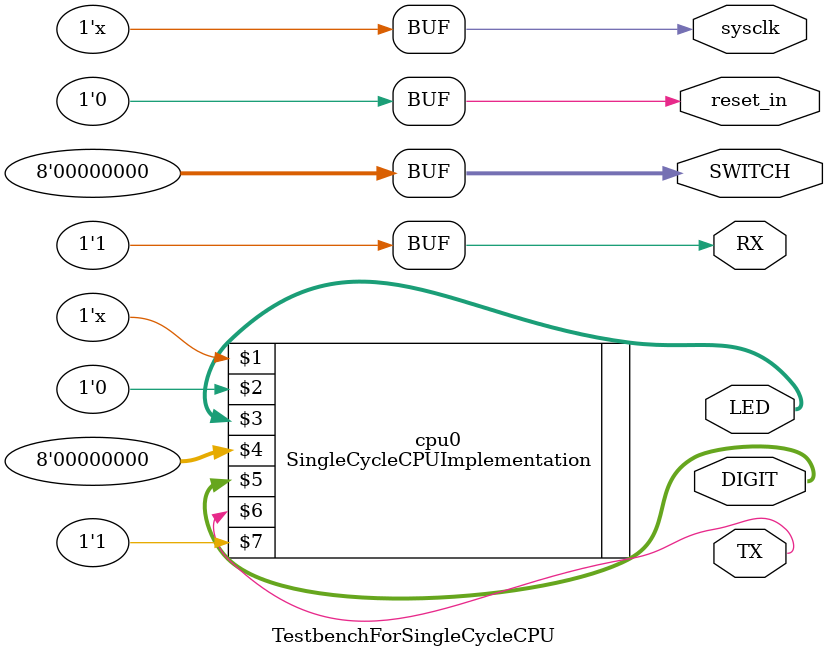
<source format=v>
module TestbenchForSingleCycleCPU(sysclk,reset_in,LED,SWITCH,DIGIT,TX,RX);
  output reg reset_in,sysclk,RX;
  output TX;
  output [7:0] LED;
  output reg [7:0] SWITCH;
  output [11:0] DIGIT;
  
  initial 
  begin
    reset_in<=1'b1;
    RX<=1'b1;
    sysclk<=1'b1;
    SWITCH<=8'b0;
    #1 reset_in<=1'b0;
    #104167 RX<=1'b1;
    #104167 RX<=1'b1;
    #104167 RX<=1'b1;
    #104167 RX<=1'b1;
    #104167 RX<=1'b1;
    #104167 RX<=1'b0;
    #104167 RX<=1'b0;
    #104167 RX<=1'b0;
    #104167 RX<=1'b0;
    #104167 RX<=1'b1;
    #104167 RX<=1'b1;
    #104167 RX<=1'b0;
    #104167 RX<=1'b0;
    #104167 RX<=1'b0;
    #104167 RX<=1'b1;
    
    #104167 RX<=1'b1;
    #104167 RX<=1'b1;
    #104167 RX<=1'b1;
    #104167 RX<=1'b0;
    #104167 RX<=1'b0;
    #104167 RX<=1'b0;
    #104167 RX<=1'b1;
    #104167 RX<=1'b0;
    #104167 RX<=1'b0;
    #104167 RX<=1'b1;
    #104167 RX<=1'b0;
    #104167 RX<=1'b0;
    #104167 RX<=1'b1;
    #104167 RX<=1'b1;
    
    #104167 RX<=1'b1;
    #104167 RX<=1'b1;
    #104167 RX<=1'b1;
    #104167 RX<=1'b1;
    #104167 RX<=1'b1;
    #104167 RX<=1'b0;
    #104167 RX<=1'b0;
    #104167 RX<=1'b0;
    #104167 RX<=1'b0;
    #104167 RX<=1'b1;
    #104167 RX<=1'b1;
    #104167 RX<=1'b0;
    #104167 RX<=1'b0;
    #104167 RX<=1'b0;
    #104167 RX<=1'b1;
    
    #104167 RX<=1'b1;
    #104167 RX<=1'b1;
    #104167 RX<=1'b1;
    #104167 RX<=1'b0;
    #104167 RX<=1'b0;
    #104167 RX<=1'b0;
    #104167 RX<=1'b1;
    #104167 RX<=1'b0;
    #104167 RX<=1'b0;
    #104167 RX<=1'b1;
    #104167 RX<=1'b0;
    #104167 RX<=1'b0;
    #104167 RX<=1'b1;
    #104167 RX<=1'b1;
    
    #104167 RX<=1'b1;
    #104167 RX<=1'b1;
    #104167 RX<=1'b1;
    #104167 RX<=1'b1;
    #104167 RX<=1'b1;
    #104167 RX<=1'b0;
    #104167 RX<=1'b0;
    #104167 RX<=1'b0;
    #104167 RX<=1'b0;
    #104167 RX<=1'b1;
    #104167 RX<=1'b1;
    #104167 RX<=1'b0;
    #104167 RX<=1'b0;
    #104167 RX<=1'b0;
    #104167 RX<=1'b1;
    
    #104167 RX<=1'b1;
    #104167 RX<=1'b1;
    #104167 RX<=1'b1;
    #104167 RX<=1'b0;
    #104167 RX<=1'b0;
    #104167 RX<=1'b0;
    #104167 RX<=1'b1;
    #104167 RX<=1'b0;
    #104167 RX<=1'b0;
    #104167 RX<=1'b1;
    #104167 RX<=1'b0;
    #104167 RX<=1'b0;
    #104167 RX<=1'b1;
    #104167 RX<=1'b1;
    
    #104167 RX<=1'b1;
    #104167 RX<=1'b1;
    #104167 RX<=1'b1;
    #104167 RX<=1'b1;
    #104167 RX<=1'b1;
    #104167 RX<=1'b0;
    #104167 RX<=1'b0;
    #104167 RX<=1'b0;
    #104167 RX<=1'b0;
    #104167 RX<=1'b1;
    #104167 RX<=1'b1;
    #104167 RX<=1'b0;
    #104167 RX<=1'b0;
    #104167 RX<=1'b0;
    #104167 RX<=1'b1;
    
    #104167 RX<=1'b1;
    #104167 RX<=1'b1;
    #104167 RX<=1'b1;
    #104167 RX<=1'b0;
    #104167 RX<=1'b0;
    #104167 RX<=1'b0;
    #104167 RX<=1'b1;
    #104167 RX<=1'b0;
    #104167 RX<=1'b0;
    #104167 RX<=1'b1;
    #104167 RX<=1'b0;
    #104167 RX<=1'b0;
    #104167 RX<=1'b1;
    #104167 RX<=1'b1;
    
    #104167 RX<=1'b1;
    #104167 RX<=1'b1;
    #104167 RX<=1'b1;
    #104167 RX<=1'b1;
    #104167 RX<=1'b1;
    #104167 RX<=1'b0;
    #104167 RX<=1'b0;
    #104167 RX<=1'b0;
    #104167 RX<=1'b0;
    #104167 RX<=1'b1;
    #104167 RX<=1'b1;
    #104167 RX<=1'b0;
    #104167 RX<=1'b0;
    #104167 RX<=1'b0;
    #104167 RX<=1'b1;
    
    #104167 RX<=1'b1;
    #104167 RX<=1'b1;
    #104167 RX<=1'b1;
    #104167 RX<=1'b0;
    #104167 RX<=1'b0;
    #104167 RX<=1'b0;
    #104167 RX<=1'b1;
    #104167 RX<=1'b0;
    #104167 RX<=1'b0;
    #104167 RX<=1'b1;
    #104167 RX<=1'b0;
    #104167 RX<=1'b0;
    #104167 RX<=1'b1;
    #104167 RX<=1'b1;
    
    #104167 RX<=1'b1;
    #104167 RX<=1'b1;
    #104167 RX<=1'b1;
    #104167 RX<=1'b1;
    #104167 RX<=1'b1;
    #104167 RX<=1'b0;
    #104167 RX<=1'b0;
    #104167 RX<=1'b0;
    #104167 RX<=1'b0;
    #104167 RX<=1'b1;
    #104167 RX<=1'b1;
    #104167 RX<=1'b0;
    #104167 RX<=1'b0;
    #104167 RX<=1'b0;
    #104167 RX<=1'b1;
    
    #104167 RX<=1'b1;
    #104167 RX<=1'b1;
    #104167 RX<=1'b1;
    #104167 RX<=1'b0;
    #104167 RX<=1'b0;
    #104167 RX<=1'b0;
    #104167 RX<=1'b1;
    #104167 RX<=1'b0;
    #104167 RX<=1'b0;
    #104167 RX<=1'b1;
    #104167 RX<=1'b0;
    #104167 RX<=1'b0;
    #104167 RX<=1'b1;
    #104167 RX<=1'b1;
    
    #104167 RX<=1'b1;
    #104167 RX<=1'b1;
    #104167 RX<=1'b1;
    #104167 RX<=1'b1;
    #104167 RX<=1'b1;
    #104167 RX<=1'b0;
    #104167 RX<=1'b0;
    #104167 RX<=1'b0;
    #104167 RX<=1'b0;
    #104167 RX<=1'b1;
    #104167 RX<=1'b1;
    #104167 RX<=1'b0;
    #104167 RX<=1'b0;
    #104167 RX<=1'b0;
    #104167 RX<=1'b1;
    
    #104167 RX<=1'b1;
    #104167 RX<=1'b1;
    #104167 RX<=1'b1;
    #104167 RX<=1'b0;
    #104167 RX<=1'b0;
    #104167 RX<=1'b0;
    #104167 RX<=1'b1;
    #104167 RX<=1'b0;
    #104167 RX<=1'b0;
    #104167 RX<=1'b1;
    #104167 RX<=1'b0;
    #104167 RX<=1'b0;
    #104167 RX<=1'b1;
    #104167 RX<=1'b1;
    
    #104167 RX<=1'b1;
    #104167 RX<=1'b1;
    #104167 RX<=1'b1;
    #104167 RX<=1'b1;
    #104167 RX<=1'b1;
    #104167 RX<=1'b0;
    #104167 RX<=1'b0;
    #104167 RX<=1'b0;
    #104167 RX<=1'b0;
    #104167 RX<=1'b1;
    #104167 RX<=1'b1;
    #104167 RX<=1'b0;
    #104167 RX<=1'b0;
    #104167 RX<=1'b0;
    #104167 RX<=1'b1;
    
    #104167 RX<=1'b1;
    #104167 RX<=1'b1;
    #104167 RX<=1'b1;
    #104167 RX<=1'b0;
    #104167 RX<=1'b0;
    #104167 RX<=1'b0;
    #104167 RX<=1'b1;
    #104167 RX<=1'b0;
    #104167 RX<=1'b0;
    #104167 RX<=1'b1;
    #104167 RX<=1'b0;
    #104167 RX<=1'b0;
    #104167 RX<=1'b1;
    #104167 RX<=1'b1;
    
    #104167 RX<=1'b1;
    #104167 RX<=1'b1;
    #104167 RX<=1'b1;
    #104167 RX<=1'b1;
    #104167 RX<=1'b1;
    #104167 RX<=1'b0;
    #104167 RX<=1'b0;
    #104167 RX<=1'b0;
    #104167 RX<=1'b0;
    #104167 RX<=1'b1;
    #104167 RX<=1'b1;
    #104167 RX<=1'b0;
    #104167 RX<=1'b0;
    #104167 RX<=1'b0;
    #104167 RX<=1'b1;
    
    #104167 RX<=1'b1;
    #104167 RX<=1'b1;
    #104167 RX<=1'b1;
    #104167 RX<=1'b0;
    #104167 RX<=1'b0;
    #104167 RX<=1'b0;
    #104167 RX<=1'b1;
    #104167 RX<=1'b0;
    #104167 RX<=1'b0;
    #104167 RX<=1'b1;
    #104167 RX<=1'b0;
    #104167 RX<=1'b0;
    #104167 RX<=1'b1;
    #104167 RX<=1'b1;
    
    #104167 RX<=1'b1;
    #104167 RX<=1'b1;
    #104167 RX<=1'b1;
    #104167 RX<=1'b1;
    #104167 RX<=1'b1;
    #104167 RX<=1'b0;
    #104167 RX<=1'b0;
    #104167 RX<=1'b0;
    #104167 RX<=1'b0;
    #104167 RX<=1'b1;
    #104167 RX<=1'b1;
    #104167 RX<=1'b0;
    #104167 RX<=1'b0;
    #104167 RX<=1'b0;
    #104167 RX<=1'b1;
    
    #104167 RX<=1'b1;
    #104167 RX<=1'b1;
    #104167 RX<=1'b1;
    #104167 RX<=1'b0;
    #104167 RX<=1'b0;
    #104167 RX<=1'b0;
    #104167 RX<=1'b1;
    #104167 RX<=1'b0;
    #104167 RX<=1'b0;
    #104167 RX<=1'b1;
    #104167 RX<=1'b0;
    #104167 RX<=1'b0;
    #104167 RX<=1'b1;
    #104167 RX<=1'b1;
    
    #104167 RX<=1'b1;
    #104167 RX<=1'b1;
    #104167 RX<=1'b1;
    #104167 RX<=1'b1;
    #104167 RX<=1'b1;
    #104167 RX<=1'b0;
    #104167 RX<=1'b0;
    #104167 RX<=1'b0;
    #104167 RX<=1'b0;
    #104167 RX<=1'b1;
    #104167 RX<=1'b1;
    #104167 RX<=1'b0;
    #104167 RX<=1'b0;
    #104167 RX<=1'b0;
    #104167 RX<=1'b1;
    
    #104167 RX<=1'b1;
    #104167 RX<=1'b1;
    #104167 RX<=1'b1;
    #104167 RX<=1'b0;
    #104167 RX<=1'b0;
    #104167 RX<=1'b0;
    #104167 RX<=1'b1;
    #104167 RX<=1'b0;
    #104167 RX<=1'b0;
    #104167 RX<=1'b1;
    #104167 RX<=1'b0;
    #104167 RX<=1'b0;
    #104167 RX<=1'b1;
    #104167 RX<=1'b1;
    
    #104167 RX<=1'b1;
    #104167 RX<=1'b1;
    #104167 RX<=1'b1;
    #104167 RX<=1'b1;
    #104167 RX<=1'b1;
    #104167 RX<=1'b0;
    #104167 RX<=1'b0;
    #104167 RX<=1'b0;
    #104167 RX<=1'b0;
    #104167 RX<=1'b1;
    #104167 RX<=1'b1;
    #104167 RX<=1'b0;
    #104167 RX<=1'b0;
    #104167 RX<=1'b0;
    #104167 RX<=1'b1;
    
    #104167 RX<=1'b1;
    #104167 RX<=1'b1;
    #104167 RX<=1'b1;
    #104167 RX<=1'b0;
    #104167 RX<=1'b0;
    #104167 RX<=1'b0;
    #104167 RX<=1'b1;
    #104167 RX<=1'b0;
    #104167 RX<=1'b0;
    #104167 RX<=1'b1;
    #104167 RX<=1'b0;
    #104167 RX<=1'b0;
    #104167 RX<=1'b1;
    #104167 RX<=1'b1;
    
    #104167 RX<=1'b1;
    #104167 RX<=1'b1;
    #104167 RX<=1'b1;
    #104167 RX<=1'b1;
    #104167 RX<=1'b1;
    #104167 RX<=1'b0;
    #104167 RX<=1'b0;
    #104167 RX<=1'b0;
    #104167 RX<=1'b0;
    #104167 RX<=1'b1;
    #104167 RX<=1'b1;
    #104167 RX<=1'b0;
    #104167 RX<=1'b0;
    #104167 RX<=1'b0;
    #104167 RX<=1'b1;
    
    #104167 RX<=1'b1;
    #104167 RX<=1'b1;
    #104167 RX<=1'b1;
    #104167 RX<=1'b0;
    #104167 RX<=1'b0;
    #104167 RX<=1'b0;
    #104167 RX<=1'b1;
    #104167 RX<=1'b0;
    #104167 RX<=1'b0;
    #104167 RX<=1'b1;
    #104167 RX<=1'b0;
    #104167 RX<=1'b0;
    #104167 RX<=1'b1;
    #104167 RX<=1'b1;
    
    #104167 RX<=1'b1;
    #104167 RX<=1'b1;
    #104167 RX<=1'b1;
    #104167 RX<=1'b1;
    #104167 RX<=1'b1;
    #104167 RX<=1'b0;
    #104167 RX<=1'b0;
    #104167 RX<=1'b0;
    #104167 RX<=1'b0;
    #104167 RX<=1'b1;
    #104167 RX<=1'b1;
    #104167 RX<=1'b0;
    #104167 RX<=1'b0;
    #104167 RX<=1'b0;
    #104167 RX<=1'b1;
    
    #104167 RX<=1'b1;
    #104167 RX<=1'b1;
    #104167 RX<=1'b1;
    #104167 RX<=1'b0;
    #104167 RX<=1'b0;
    #104167 RX<=1'b0;
    #104167 RX<=1'b1;
    #104167 RX<=1'b0;
    #104167 RX<=1'b0;
    #104167 RX<=1'b1;
    #104167 RX<=1'b0;
    #104167 RX<=1'b0;
    #104167 RX<=1'b1;
    #104167 RX<=1'b1;
    
    #104167 RX<=1'b1;
    #104167 RX<=1'b1;
    #104167 RX<=1'b1;
    #104167 RX<=1'b1;
    #104167 RX<=1'b1;
    #104167 RX<=1'b0;
    #104167 RX<=1'b0;
    #104167 RX<=1'b0;
    #104167 RX<=1'b0;
    #104167 RX<=1'b1;
    #104167 RX<=1'b1;
    #104167 RX<=1'b0;
    #104167 RX<=1'b0;
    #104167 RX<=1'b0;
    #104167 RX<=1'b1;
    
    #104167 RX<=1'b1;
    #104167 RX<=1'b1;
    #104167 RX<=1'b1;
    #104167 RX<=1'b0;
    #104167 RX<=1'b0;
    #104167 RX<=1'b0;
    #104167 RX<=1'b1;
    #104167 RX<=1'b0;
    #104167 RX<=1'b0;
    #104167 RX<=1'b1;
    #104167 RX<=1'b0;
    #104167 RX<=1'b0;
    #104167 RX<=1'b1;
    #104167 RX<=1'b1;
    
    #104167 RX<=1'b1;
    #104167 RX<=1'b1;
    #104167 RX<=1'b1;
    #104167 RX<=1'b1;
    #104167 RX<=1'b1;
    #104167 RX<=1'b0;
    #104167 RX<=1'b0;
    #104167 RX<=1'b0;
    #104167 RX<=1'b0;
    #104167 RX<=1'b1;
    #104167 RX<=1'b1;
    #104167 RX<=1'b0;
    #104167 RX<=1'b0;
    #104167 RX<=1'b0;
    #104167 RX<=1'b1;
    
    #104167 RX<=1'b1;
    #104167 RX<=1'b1;
    #104167 RX<=1'b1;
    #104167 RX<=1'b0;
    #104167 RX<=1'b0;
    #104167 RX<=1'b0;
    #104167 RX<=1'b1;
    #104167 RX<=1'b0;
    #104167 RX<=1'b0;
    #104167 RX<=1'b1;
    #104167 RX<=1'b0;
    #104167 RX<=1'b0;
    #104167 RX<=1'b1;
    #104167 RX<=1'b1;
    
    #104167 RX<=1'b1;
    #104167 RX<=1'b1;
    #104167 RX<=1'b1;
    #104167 RX<=1'b1;
    #104167 RX<=1'b1;
    #104167 RX<=1'b0;
    #104167 RX<=1'b0;
    #104167 RX<=1'b0;
    #104167 RX<=1'b0;
    #104167 RX<=1'b1;
    #104167 RX<=1'b1;
    #104167 RX<=1'b0;
    #104167 RX<=1'b0;
    #104167 RX<=1'b0;
    #104167 RX<=1'b1;
    
    #104167 RX<=1'b1;
    #104167 RX<=1'b1;
    #104167 RX<=1'b1;
    #104167 RX<=1'b0;
    #104167 RX<=1'b0;
    #104167 RX<=1'b0;
    #104167 RX<=1'b1;
    #104167 RX<=1'b0;
    #104167 RX<=1'b0;
    #104167 RX<=1'b1;
    #104167 RX<=1'b0;
    #104167 RX<=1'b0;
    #104167 RX<=1'b1;
    #104167 RX<=1'b1;
    
    #104167 RX<=1'b1;
    #104167 RX<=1'b1;
    #104167 RX<=1'b1;
    #104167 RX<=1'b1;
    #104167 RX<=1'b1;
    #104167 RX<=1'b0;
    #104167 RX<=1'b0;
    #104167 RX<=1'b0;
    #104167 RX<=1'b0;
    #104167 RX<=1'b1;
    #104167 RX<=1'b1;
    #104167 RX<=1'b0;
    #104167 RX<=1'b0;
    #104167 RX<=1'b0;
    #104167 RX<=1'b1;
    
    #104167 RX<=1'b1;
    #104167 RX<=1'b1;
    #104167 RX<=1'b1;
    #104167 RX<=1'b0;
    #104167 RX<=1'b0;
    #104167 RX<=1'b0;
    #104167 RX<=1'b1;
    #104167 RX<=1'b0;
    #104167 RX<=1'b0;
    #104167 RX<=1'b1;
    #104167 RX<=1'b0;
    #104167 RX<=1'b0;
    #104167 RX<=1'b1;
    #104167 RX<=1'b1;
  end
  
  always @ (*)
  begin
    #5 sysclk<=~sysclk;
  end
  
  SingleCycleCPUImplementation cpu0(sysclk,reset_in,LED,SWITCH,DIGIT,TX,RX);
endmodule

</source>
